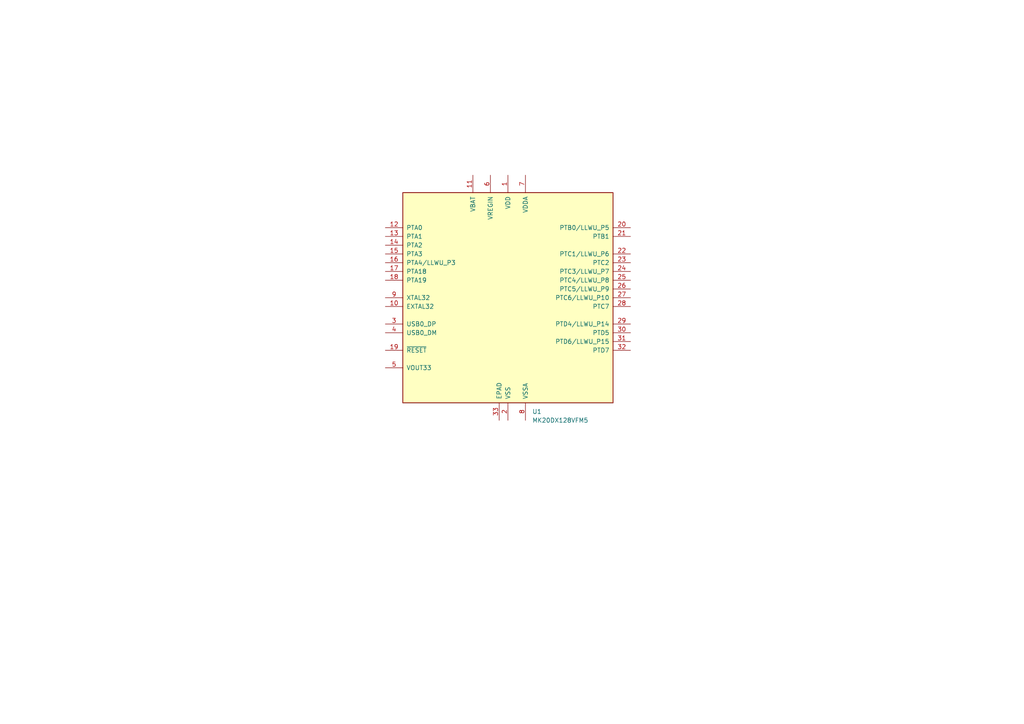
<source format=kicad_sch>
(kicad_sch (version 20230121) (generator eeschema)
  (paper "A4")
  (lib_symbols
    (symbol "MCU_NXP_Kinetis:MK20DX128VFM5" (pin_names (offset 1.016))
      (property "Reference" "U" (at -30.48 31.115 0))
      (property "Value" "MK20DX128VFM5" (at 30.48 31.115 0))
      (symbol "MK20DX128VFM5_0_1"
        (rectangle (start -30.48 30.48) (end 30.48 -30.48) (stroke (width 0.254)) (fill (type background)))
        (pin power_in line (at 0 35.56 270) (length 5.08) (name "VDD") (number "1"))
        (pin input line (at -35.56 -2.54 0) (length 5.08) (name "EXTAL32") (number "10"))
        (pin power_in line (at -10.16 35.56 270) (length 5.08) (name "VBAT") (number "11"))
        (pin bidirectional line (at -35.56 20.32 0) (length 5.08) (name "PTA0") (number "12"))
        (pin bidirectional line (at -35.56 17.78 0) (length 5.08) (name "PTA1") (number "13"))
        (pin bidirectional line (at -35.56 15.24 0) (length 5.08) (name "PTA2") (number "14"))
        (pin bidirectional line (at -35.56 12.7 0) (length 5.08) (name "PTA3") (number "15"))
        (pin bidirectional line (at -35.56 10.16 0) (length 5.08) (name "PTA4/LLWU_P3") (number "16"))
        (pin bidirectional line (at -35.56 7.62 0) (length 5.08) (name "PTA18") (number "17"))
        (pin bidirectional line (at -35.56 5.08 0) (length 5.08) (name "PTA19") (number "18"))
        (pin input line (at -35.56 -15.24 0) (length 5.08) (name "~{RESET}") (number "19"))
        (pin power_in line (at 0 -35.56 90) (length 5.08) (name "VSS") (number "2"))
        (pin bidirectional line (at 35.56 20.32 180) (length 5.08) (name "PTB0/LLWU_P5") (number "20"))
        (pin bidirectional line (at 35.56 17.78 180) (length 5.08) (name "PTB1") (number "21"))
        (pin bidirectional line (at 35.56 12.7 180) (length 5.08) (name "PTC1/LLWU_P6") (number "22"))
        (pin bidirectional line (at 35.56 10.16 180) (length 5.08) (name "PTC2") (number "23"))
        (pin bidirectional line (at 35.56 7.62 180) (length 5.08) (name "PTC3/LLWU_P7") (number "24"))
        (pin bidirectional line (at 35.56 5.08 180) (length 5.08) (name "PTC4/LLWU_P8") (number "25"))
        (pin bidirectional line (at 35.56 2.54 180) (length 5.08) (name "PTC5/LLWU_P9") (number "26"))
        (pin bidirectional line (at 35.56 0 180) (length 5.08) (name "PTC6/LLWU_P10") (number "27"))
        (pin bidirectional line (at 35.56 -2.54 180) (length 5.08) (name "PTC7") (number "28"))
        (pin bidirectional line (at 35.56 -7.62 180) (length 5.08) (name "PTD4/LLWU_P14") (number "29"))
        (pin bidirectional line (at -35.56 -7.62 0) (length 5.08) (name "USB0_DP") (number "3"))
        (pin bidirectional line (at 35.56 -10.16 180) (length 5.08) (name "PTD5") (number "30"))
        (pin bidirectional line (at 35.56 -12.7 180) (length 5.08) (name "PTD6/LLWU_P15") (number "31"))
        (pin bidirectional line (at 35.56 -15.24 180) (length 5.08) (name "PTD7") (number "32"))
        (pin power_out line (at -35.56 -20.32 0) (length 5.08) (name "VOUT33") (number "5"))
        (pin power_in line (at -5.08 35.56 270) (length 5.08) (name "VREGIN") (number "6"))
        (pin power_in line (at 5.08 35.56 270) (length 5.08) (name "VDDA") (number "7"))
        (pin power_in line (at 5.08 -35.56 90) (length 5.08) (name "VSSA") (number "8"))
        (pin input line (at -35.56 0 0) (length 5.08) (name "XTAL32") (number "9"))
      )
      (symbol "MK20DX128VFM5_1_1"
        (pin power_in line (at -2.54 -35.56 90) (length 5.08) (name "EPAD") (number "33"))
        (pin bidirectional line (at -35.56 -10.16 0) (length 5.08) (name "USB0_DM") (number "4"))
      )
    )
  )
  (symbol (lib_id "MCU_NXP_Kinetis:MK20DX128VFM5") (at 147.32 86.36 0) (unit 1)
    (property "Reference" "U1" (at 154.3559 119.38 0) (effects (justify left)))
    (property "Value" "MK20DX128VFM5" (at 154.3559 121.92 0) (effects (justify left)))
    (property "Footprint" "Package_DFN_QFN:QFN-32-1EP_5x5mm_P0.5mm_EP3.45x3.45mm" (effects hide))
    (property "Datasheet" "http://www.nxp.com/docs/en/data-sheet/K20P32M50SF0.pdf" (effects hide))
  )
)
</source>
